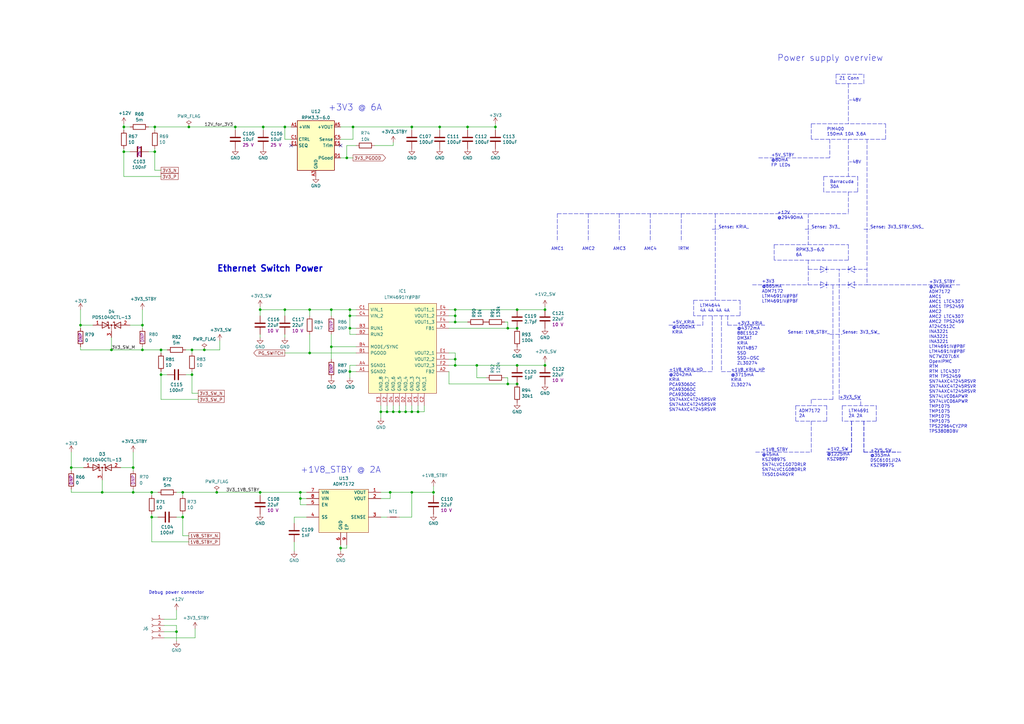
<source format=kicad_sch>
(kicad_sch (version 20211123) (generator eeschema)
  (paper "A3")
  (title_block (title "ATCA Template") (date "2023-01-05") (rev "1.0") (company "Karlsruhe Institute of Technology (KIT)") (comment 1 "Carsten Schmerbeck") (comment 2 "Luis Ardila") (comment 4 "Licensed under CERN-OHL-P v2"))
  (junction (at 212.09 149.86))
  (junction (at 72.39 259.08))
  (junction (at 135.89 127))
  (junction (at 168.91 52.07))
  (junction (at 50.8 62.23))
  (junction (at 168.91 168.91))
  (junction (at 142.24 64.77))
  (junction (at 127 127))
  (junction (at 41.91 201.93))
  (junction (at 186.69 127))
  (junction (at 50.8 52.07))
  (junction (at 83.82 143.51))
  (junction (at 168.91 201.93))
  (junction (at 161.29 168.91))
  (junction (at 74.93 212.09))
  (junction (at 63.5 62.23))
  (junction (at 33.02 133.35))
  (junction (at 77.47 52.07))
  (junction (at 107.95 52.07))
  (junction (at 166.37 168.91))
  (junction (at 160.02 201.93))
  (junction (at 186.69 132.08))
  (junction (at 62.23 201.93))
  (junction (at 63.5 52.07))
  (junction (at 143.51 134.62))
  (junction (at 143.51 152.4))
  (junction (at 66.04 143.51))
  (junction (at 203.2 52.07))
  (junction (at 116.84 127))
  (junction (at 58.42 133.35))
  (junction (at 45.72 143.51))
  (junction (at 96.52 52.07))
  (junction (at 212.09 134.62))
  (junction (at 78.74 153.67))
  (junction (at 195.58 149.86))
  (junction (at 156.21 168.91))
  (junction (at 208.28 134.62))
  (junction (at 123.19 204.47))
  (junction (at 186.69 147.32))
  (junction (at 135.89 142.24))
  (junction (at 186.69 129.54))
  (junction (at 143.51 127))
  (junction (at 54.61 191.77))
  (junction (at 106.68 127))
  (junction (at 116.84 52.07))
  (junction (at 171.45 168.91))
  (junction (at 212.09 127))
  (junction (at 212.09 157.48))
  (junction (at 223.52 127))
  (junction (at 58.42 143.51))
  (junction (at 180.34 52.07))
  (junction (at 144.78 52.07))
  (junction (at 223.52 149.86))
  (junction (at 143.51 129.54))
  (junction (at 123.19 201.93))
  (junction (at 54.61 201.93))
  (junction (at 158.75 168.91))
  (junction (at 139.7 224.79))
  (junction (at 62.23 212.09))
  (junction (at 163.83 168.91))
  (junction (at 78.74 143.51))
  (junction (at 208.28 157.48))
  (junction (at 191.77 52.07))
  (junction (at 177.8 201.93))
  (junction (at 74.93 201.93))
  (junction (at 186.69 149.86))
  (junction (at 88.9 201.93))
  (junction (at 127 144.78))
  (junction (at 29.21 191.77))
  (junction (at 66.04 153.67))
  (junction (at 106.68 201.93))
  (no_connect (at 119.38 59.69))
  (no_connect (at 139.7 59.69))
  (wire (pts (xy 191.77 52.07) (xy 203.2 52.07)))
  (polyline (pts (xy 347.98 106.68) (xy 317.5 106.68)))
  (wire (pts (xy 184.15 132.08) (xy 186.69 132.08)))
  (wire (pts (xy 33.02 143.51) (xy 45.72 143.51)))
  (polyline (pts (xy 363.22 57.15) (xy 332.74 57.15)))
  (polyline (pts (xy 354.33 172.72) (xy 354.33 185.42)))
  (polyline (pts (xy 228.6 87.63) (xy 241.3 87.63)))
  (wire (pts (xy 41.91 201.93) (xy 54.61 201.93)))
  (wire (pts (xy 171.45 166.37) (xy 171.45 168.91)))
  (wire (pts (xy 160.02 204.47) (xy 160.02 201.93)))
  (wire (pts (xy 119.38 57.15) (xy 116.84 57.15)))
  (polyline (pts (xy 347.98 115.57) (xy 347.98 118.11)))
  (polyline (pts (xy 330.2 93.98) (xy 332.74 93.98)))
  (wire (pts (xy 168.91 166.37) (xy 168.91 168.91)))
  (wire (pts (xy 142.24 59.69) (xy 142.24 64.77)))
  (polyline (pts (xy 303.53 123.19) (xy 303.53 129.54)))
  (wire (pts (xy 50.8 62.23) (xy 50.8 72.39)))
  (polyline (pts (xy 337.82 72.39) (xy 351.79 72.39)))
  (wire (pts (xy 72.39 212.09) (xy 74.93 212.09)))
  (wire (pts (xy 143.51 149.86) (xy 146.05 149.86)))
  (wire (pts (xy 186.69 149.86) (xy 195.58 149.86)))
  (polyline (pts (xy 336.55 115.57) (xy 336.55 118.11)))
  (wire (pts (xy 135.89 142.24) (xy 135.89 147.32)))
  (wire (pts (xy 123.19 207.01) (xy 123.19 204.47)))
  (wire (pts (xy 72.39 254) (xy 72.39 250.19)))
  (wire (pts (xy 33.02 142.24) (xy 33.02 143.51)))
  (wire (pts (xy 74.93 203.2) (xy 74.93 201.93)))
  (wire (pts (xy 161.29 168.91) (xy 163.83 168.91)))
  (wire (pts (xy 54.61 191.77) (xy 54.61 193.04)))
  (wire (pts (xy 127 127) (xy 116.84 127)))
  (wire (pts (xy 212.09 149.86) (xy 223.52 149.86)))
  (wire (pts (xy 123.19 204.47) (xy 123.19 201.93)))
  (wire (pts (xy 143.51 134.62) (xy 143.51 137.16)))
  (polyline (pts (xy 342.9 30.48) (xy 354.33 30.48)))
  (polyline (pts (xy 354.33 93.98) (xy 356.87 93.98)))
  (polyline (pts (xy 336.55 109.22) (xy 336.55 111.76)))
  (wire (pts (xy 161.29 58.42) (xy 161.29 59.69)))
  (polyline (pts (xy 353.06 166.37) (xy 353.06 163.83)))
  (wire (pts (xy 74.93 201.93) (xy 88.9 201.93)))
  (wire (pts (xy 78.74 161.29) (xy 81.28 161.29)))
  (wire (pts (xy 168.91 53.34) (xy 168.91 52.07)))
  (wire (pts (xy 207.01 154.94) (xy 208.28 154.94)))
  (wire (pts (xy 184.15 127) (xy 186.69 127)))
  (polyline (pts (xy 339.09 166.37) (xy 339.09 172.72)))
  (polyline (pts (xy 349.25 172.72) (xy 349.25 185.42)))
  (wire (pts (xy 139.7 224.79) (xy 139.7 226.06)))
  (wire (pts (xy 66.04 153.67) (xy 68.58 153.67)))
  (wire (pts (xy 144.78 52.07) (xy 168.91 52.07)))
  (wire (pts (xy 33.02 127) (xy 33.02 133.35)))
  (wire (pts (xy 135.89 137.16) (xy 135.89 142.24)))
  (wire (pts (xy 195.58 154.94) (xy 195.58 149.86)))
  (polyline (pts (xy 340.36 57.15) (xy 340.36 64.77)))
  (wire (pts (xy 116.84 52.07) (xy 119.38 52.07)))
  (wire (pts (xy 77.47 52.07) (xy 96.52 52.07)))
  (wire (pts (xy 207.01 132.08) (xy 208.28 132.08)))
  (wire (pts (xy 50.8 60.96) (xy 50.8 62.23)))
  (wire (pts (xy 29.21 201.93) (xy 41.91 201.93)))
  (wire (pts (xy 139.7 224.79) (xy 142.24 224.79)))
  (polyline (pts (xy 350.52 118.11) (xy 347.98 116.84)))
  (polyline (pts (xy 326.39 166.37) (xy 326.39 172.72)))
  (wire (pts (xy 186.69 149.86) (xy 186.69 147.32)))
  (polyline (pts (xy 332.74 172.72) (xy 332.74 185.42)))
  (wire (pts (xy 53.34 133.35) (xy 58.42 133.35)))
  (wire (pts (xy 120.65 214.63) (xy 120.65 212.09)))
  (wire (pts (xy 45.72 138.43) (xy 45.72 143.51)))
  (wire (pts (xy 58.42 127) (xy 58.42 133.35)))
  (wire (pts (xy 223.52 149.86) (xy 223.52 148.59)))
  (wire (pts (xy 180.34 53.34) (xy 180.34 52.07)))
  (polyline (pts (xy 350.52 115.57) (xy 350.52 118.11)))
  (polyline (pts (xy 347.98 109.22) (xy 347.98 111.76)))
  (wire (pts (xy 50.8 50.8) (xy 50.8 52.07)))
  (wire (pts (xy 146.05 127) (xy 143.51 127)))
  (wire (pts (xy 186.69 147.32) (xy 186.69 144.78)))
  (polyline (pts (xy 336.55 111.76) (xy 339.09 110.49)))
  (wire (pts (xy 76.2 153.67) (xy 78.74 153.67)))
  (wire (pts (xy 186.69 127) (xy 212.09 127)))
  (wire (pts (xy 66.04 143.51) (xy 66.04 144.78)))
  (wire (pts (xy 76.2 143.51) (xy 78.74 143.51)))
  (wire (pts (xy 127 127) (xy 127 129.54)))
  (wire (pts (xy 127 144.78) (xy 146.05 144.78)))
  (wire (pts (xy 143.51 129.54) (xy 146.05 129.54)))
  (wire (pts (xy 62.23 222.25) (xy 77.47 222.25)))
  (wire (pts (xy 62.23 201.93) (xy 64.77 201.93)))
  (polyline (pts (xy 331.47 87.63) (xy 331.47 100.33)))
  (polyline (pts (xy 274.32 152.4) (xy 292.1 152.4)))
  (polyline (pts (xy 336.55 109.22) (xy 339.09 110.49)))
  (wire (pts (xy 135.89 127) (xy 135.89 129.54)))
  (wire (pts (xy 107.95 52.07) (xy 116.84 52.07)))
  (wire (pts (xy 72.39 201.93) (xy 74.93 201.93)))
  (polyline (pts (xy 341.63 116.84) (xy 341.63 163.83)))
  (wire (pts (xy 191.77 53.34) (xy 191.77 52.07)))
  (wire (pts (xy 139.7 52.07) (xy 144.78 52.07)))
  (wire (pts (xy 58.42 133.35) (xy 58.42 134.62)))
  (wire (pts (xy 168.91 168.91) (xy 171.45 168.91)))
  (wire (pts (xy 60.96 62.23) (xy 63.5 62.23)))
  (polyline (pts (xy 354.33 172.72) (xy 354.33 185.42)))
  (wire (pts (xy 168.91 52.07) (xy 180.34 52.07)))
  (wire (pts (xy 106.68 203.2) (xy 106.68 201.93)))
  (wire (pts (xy 158.75 168.91) (xy 161.29 168.91)))
  (wire (pts (xy 116.84 144.78) (xy 127 144.78)))
  (wire (pts (xy 66.04 163.83) (xy 81.28 163.83)))
  (polyline (pts (xy 344.17 163.83) (xy 344.17 110.49)))
  (wire (pts (xy 168.91 212.09) (xy 168.91 201.93)))
  (wire (pts (xy 143.51 134.62) (xy 146.05 134.62)))
  (polyline (pts (xy 350.52 109.22) (xy 350.52 111.76)))
  (wire (pts (xy 153.67 59.69) (xy 161.29 59.69)))
  (polyline (pts (xy 293.37 87.63) (xy 293.37 123.19)))
  (polyline (pts (xy 354.33 185.42) (xy 368.3 185.42)))
  (polyline (pts (xy 359.41 166.37) (xy 359.41 172.72)))
  (wire (pts (xy 29.21 200.66) (xy 29.21 201.93)))
  (wire (pts (xy 62.23 201.93) (xy 62.23 203.2)))
  (wire (pts (xy 139.7 64.77) (xy 142.24 64.77)))
  (wire (pts (xy 120.65 226.06) (xy 120.65 222.25)))
  (wire (pts (xy 62.23 210.82) (xy 62.23 212.09)))
  (wire (pts (xy 144.78 57.15) (xy 144.78 52.07)))
  (wire (pts (xy 50.8 62.23) (xy 53.34 62.23)))
  (wire (pts (xy 184.15 147.32) (xy 186.69 147.32)))
  (wire (pts (xy 156.21 212.09) (xy 158.75 212.09)))
  (wire (pts (xy 184.15 134.62) (xy 208.28 134.62)))
  (wire (pts (xy 160.02 201.93) (xy 168.91 201.93)))
  (wire (pts (xy 107.95 52.07) (xy 107.95 53.34)))
  (polyline (pts (xy 317.5 100.33) (xy 347.98 100.33)))
  (wire (pts (xy 80.01 257.81) (xy 80.01 261.62)))
  (wire (pts (xy 54.61 201.93) (xy 62.23 201.93)))
  (wire (pts (xy 29.21 185.42) (xy 29.21 191.77)))
  (polyline (pts (xy 292.1 93.98) (xy 294.64 93.98)))
  (wire (pts (xy 203.2 53.34) (xy 203.2 52.07)))
  (polyline (pts (xy 279.4 87.63) (xy 279.4 99.06)))
  (polyline (pts (xy 254 87.63) (xy 347.98 87.63)))
  (polyline (pts (xy 345.44 166.37) (xy 359.41 166.37)))
  (polyline (pts (xy 326.39 166.37) (xy 339.09 166.37)))
  (wire (pts (xy 163.83 166.37) (xy 163.83 168.91)))
  (wire (pts (xy 208.28 157.48) (xy 212.09 157.48)))
  (wire (pts (xy 142.24 224.79) (xy 142.24 223.52)))
  (polyline (pts (xy 241.3 87.63) (xy 254 87.63)))
  (wire (pts (xy 146.05 59.69) (xy 142.24 59.69)))
  (polyline (pts (xy 295.91 152.4) (xy 313.69 152.4)))
  (wire (pts (xy 177.8 201.93) (xy 177.8 199.39)))
  (polyline (pts (xy 345.44 166.37) (xy 345.44 172.72)))
  (wire (pts (xy 208.28 134.62) (xy 212.09 134.62)))
  (wire (pts (xy 45.72 143.51) (xy 58.42 143.51)))
  (polyline (pts (xy 342.9 30.48) (xy 342.9 34.29)))
  (wire (pts (xy 78.74 144.78) (xy 78.74 143.51)))
  (wire (pts (xy 125.73 207.01) (xy 123.19 207.01)))
  (wire (pts (xy 106.68 127) (xy 106.68 125.73)))
  (wire (pts (xy 171.45 168.91) (xy 173.99 168.91)))
  (wire (pts (xy 83.82 143.51) (xy 90.17 143.51)))
  (polyline (pts (xy 347.98 57.15) (xy 347.98 72.39)))
  (wire (pts (xy 78.74 153.67) (xy 78.74 161.29)))
  (polyline (pts (xy 349.25 185.42) (xy 339.09 185.42)))
  (polyline (pts (xy 332.74 50.8) (xy 332.74 57.15)))
  (wire (pts (xy 96.52 52.07) (xy 107.95 52.07)))
  (wire (pts (xy 67.31 261.62) (xy 80.01 261.62)))
  (polyline (pts (xy 351.79 72.39) (xy 351.79 78.74)))
  (polyline (pts (xy 292.1 129.54) (xy 292.1 152.4)))
  (wire (pts (xy 156.21 168.91) (xy 158.75 168.91)))
  (polyline (pts (xy 309.88 185.42) (xy 332.74 185.42)))
  (wire (pts (xy 156.21 204.47) (xy 160.02 204.47)))
  (wire (pts (xy 139.7 57.15) (xy 144.78 57.15)))
  (wire (pts (xy 163.83 212.09) (xy 168.91 212.09)))
  (wire (pts (xy 163.83 168.91) (xy 166.37 168.91)))
  (wire (pts (xy 66.04 153.67) (xy 66.04 163.83)))
  (wire (pts (xy 66.04 152.4) (xy 66.04 153.67)))
  (wire (pts (xy 142.24 64.77) (xy 144.78 64.77)))
  (polyline (pts (xy 331.47 116.84) (xy 355.6 116.84)))
  (polyline (pts (xy 311.15 64.77) (xy 340.36 64.77)))
  (wire (pts (xy 123.19 201.93) (xy 125.73 201.93)))
  (wire (pts (xy 50.8 72.39) (xy 66.04 72.39)))
  (polyline (pts (xy 336.55 115.57) (xy 339.09 116.84)))
  (polyline (pts (xy 254 87.63) (xy 254 99.06)))
  (wire (pts (xy 158.75 166.37) (xy 158.75 168.91)))
  (wire (pts (xy 143.51 137.16) (xy 146.05 137.16)))
  (wire (pts (xy 184.15 144.78) (xy 186.69 144.78)))
  (wire (pts (xy 62.23 212.09) (xy 64.77 212.09)))
  (wire (pts (xy 78.74 153.67) (xy 78.74 152.4)))
  (polyline (pts (xy 332.74 163.83) (xy 332.74 166.37)))
  (wire (pts (xy 139.7 223.52) (xy 139.7 224.79)))
  (wire (pts (xy 106.68 201.93) (xy 123.19 201.93)))
  (polyline (pts (xy 350.52 111.76) (xy 347.98 110.49)))
  (polyline (pts (xy 342.9 34.29) (xy 354.33 34.29)))
  (wire (pts (xy 78.74 143.51) (xy 83.82 143.51)))
  (polyline (pts (xy 359.41 172.72) (xy 345.44 172.72)))
  (wire (pts (xy 135.89 127) (xy 127 127)))
  (wire (pts (xy 72.39 262.89) (xy 72.39 259.08)))
  (polyline (pts (xy 354.33 34.29) (xy 354.33 30.48)))
  (wire (pts (xy 184.15 157.48) (xy 208.28 157.48)))
  (wire (pts (xy 33.02 133.35) (xy 33.02 134.62)))
  (wire (pts (xy 125.73 204.47) (xy 123.19 204.47)))
  (polyline (pts (xy 337.82 72.39) (xy 337.82 78.74)))
  (wire (pts (xy 58.42 143.51) (xy 66.04 143.51)))
  (polyline (pts (xy 339.09 172.72) (xy 326.39 172.72)))
  (wire (pts (xy 177.8 203.2) (xy 177.8 201.93)))
  (wire (pts (xy 127 137.16) (xy 127 144.78)))
  (wire (pts (xy 90.17 139.7) (xy 90.17 143.51)))
  (wire (pts (xy 41.91 196.85) (xy 41.91 201.93)))
  (wire (pts (xy 184.15 149.86) (xy 186.69 149.86)))
  (wire (pts (xy 96.52 52.07) (xy 96.52 53.34)))
  (polyline (pts (xy 317.5 100.33) (xy 317.5 106.68)))
  (polyline (pts (xy 355.6 116.84) (xy 393.7 116.84)))
  (polyline (pts (xy 336.55 118.11) (xy 339.09 116.84)))
  (wire (pts (xy 72.39 256.54) (xy 72.39 259.08)))
  (wire (pts (xy 106.68 137.16) (xy 106.68 138.43)))
  (wire (pts (xy 116.84 127) (xy 116.84 129.54)))
  (polyline (pts (xy 351.79 78.74) (xy 337.82 78.74)))
  (wire (pts (xy 156.21 166.37) (xy 156.21 168.91)))
  (wire (pts (xy 143.51 152.4) (xy 146.05 152.4)))
  (polyline (pts (xy 353.06 163.83) (xy 344.17 163.83)))
  (polyline (pts (xy 340.36 137.16) (xy 345.44 137.16)))
  (wire (pts (xy 223.52 127) (xy 223.52 125.73)))
  (polyline (pts (xy 266.7 87.63) (xy 266.7 99.06)))
  (polyline (pts (xy 298.45 133.35) (xy 313.69 133.35)))
  (polyline (pts (xy 347.98 116.84) (xy 350.52 115.57)))
  (wire (pts (xy 50.8 52.07) (xy 53.34 52.07)))
  (wire (pts (xy 54.61 185.42) (xy 54.61 191.77)))
  (wire (pts (xy 168.91 201.93) (xy 177.8 201.93)))
  (polyline (pts (xy 274.32 133.35) (xy 288.29 133.35)))
  (polyline (pts (xy 347.98 78.74) (xy 347.98 87.63)))
  (wire (pts (xy 106.68 127) (xy 106.68 129.54)))
  (wire (pts (xy 63.5 52.07) (xy 77.47 52.07)))
  (polyline (pts (xy 303.53 129.54) (xy 284.48 129.54)))
  (polyline (pts (xy 347.98 110.49) (xy 350.52 109.22)))
  (wire (pts (xy 29.21 191.77) (xy 29.21 193.04)))
  (wire (pts (xy 143.51 152.4) (xy 143.51 149.86)))
  (polyline (pts (xy 331.47 110.49) (xy 355.6 110.49)))
  (wire (pts (xy 63.5 62.23) (xy 63.5 60.96)))
  (wire (pts (xy 161.29 166.37) (xy 161.29 168.91)))
  (wire (pts (xy 38.1 133.35) (xy 33.02 133.35)))
  (wire (pts (xy 74.93 212.09) (xy 74.93 210.82)))
  (polyline (pts (xy 339.09 115.57) (xy 339.09 118.11)))
  (wire (pts (xy 66.04 143.51) (xy 68.58 143.51)))
  (wire (pts (xy 166.37 168.91) (xy 168.91 168.91)))
  (wire (pts (xy 63.5 53.34) (xy 63.5 52.07)))
  (wire (pts (xy 58.42 142.24) (xy 58.42 143.51)))
  (wire (pts (xy 180.34 52.07) (xy 191.77 52.07)))
  (polyline (pts (xy 241.3 87.63) (xy 241.3 99.06)))
  (polyline (pts (xy 295.91 129.54) (xy 295.91 152.4)))
  (wire (pts (xy 116.84 57.15) (xy 116.84 52.07)))
  (polyline (pts (xy 228.6 87.63) (xy 228.6 99.06)))
  (wire (pts (xy 184.15 129.54) (xy 186.69 129.54)))
  (polyline (pts (xy 298.45 129.54) (xy 298.45 133.35)))
  (wire (pts (xy 208.28 132.08) (xy 208.28 134.62)))
  (polyline (pts (xy 284.48 123.19) (xy 284.48 129.54)))
  (wire (pts (xy 143.51 154.94) (xy 143.51 152.4)))
  (wire (pts (xy 50.8 52.07) (xy 50.8 53.34)))
  (wire (pts (xy 166.37 166.37) (xy 166.37 168.91)))
  (polyline (pts (xy 355.6 57.15) (xy 355.6 116.84)))
  (wire (pts (xy 54.61 200.66) (xy 54.61 201.93)))
  (polyline (pts (xy 288.29 129.54) (xy 288.29 133.35)))
  (wire (pts (xy 74.93 212.09) (xy 74.93 219.71)))
  (wire (pts (xy 146.05 142.24) (xy 135.89 142.24)))
  (polyline (pts (xy 347.98 34.29) (xy 347.98 50.8)))
  (wire (pts (xy 186.69 132.08) (xy 191.77 132.08)))
  (wire (pts (xy 116.84 127) (xy 106.68 127)))
  (polyline (pts (xy 349.25 172.72) (xy 349.25 185.42)))
  (wire (pts (xy 212.09 127) (xy 223.52 127)))
  (wire (pts (xy 184.15 152.4) (xy 184.15 157.48)))
  (wire (pts (xy 62.23 212.09) (xy 62.23 222.25)))
  (wire (pts (xy 63.5 69.85) (xy 66.04 69.85)))
  (polyline (pts (xy 308.61 116.84) (xy 331.47 116.84)))
  (wire (pts (xy 186.69 132.08) (xy 186.69 129.54)))
  (polyline (pts (xy 347.98 100.33) (xy 347.98 106.68)))
  (polyline (pts (xy 332.74 50.8) (xy 363.22 50.8)))
  (wire (pts (xy 63.5 62.23) (xy 63.5 69.85)))
  (wire (pts (xy 203.2 50.8) (xy 203.2 52.07)))
  (wire (pts (xy 67.31 254) (xy 72.39 254)))
  (polyline (pts (xy 284.48 123.19) (xy 303.53 123.19)))
  (wire (pts (xy 143.51 127) (xy 143.51 129.54)))
  (wire (pts (xy 199.39 154.94) (xy 195.58 154.94)))
  (polyline (pts (xy 354.33 185.42) (xy 369.57 185.42)))
  (wire (pts (xy 173.99 168.91) (xy 173.99 166.37)))
  (polyline (pts (xy 341.63 163.83) (xy 332.74 163.83)))
  (polyline (pts (xy 363.22 50.8) (xy 363.22 57.15)))
  (wire (pts (xy 143.51 129.54) (xy 143.51 134.62)))
  (wire (pts (xy 67.31 256.54) (xy 72.39 256.54)))
  (wire (pts (xy 34.29 191.77) (xy 29.21 191.77)))
  (wire (pts (xy 156.21 168.91) (xy 156.21 171.45)))
  (wire (pts (xy 72.39 259.08) (xy 67.31 259.08)))
  (wire (pts (xy 88.9 201.93) (xy 106.68 201.93)))
  (wire (pts (xy 120.65 212.09) (xy 125.73 212.09)))
  (polyline (pts (xy 331.47 106.68) (xy 331.47 116.84)))
  (wire (pts (xy 74.93 219.71) (xy 77.47 219.71)))
  (wire (pts (xy 143.51 127) (xy 135.89 127)))
  (wire (pts (xy 116.84 137.16) (xy 116.84 138.43)))
  (wire (pts (xy 195.58 149.86) (xy 212.09 149.86)))
  (polyline (pts (xy 339.09 185.42) (xy 349.25 185.42)))
  (wire (pts (xy 208.28 154.94) (xy 208.28 157.48)))
  (wire (pts (xy 49.53 191.77) (xy 54.61 191.77)))
  (wire (pts (xy 186.69 129.54) (xy 186.69 127)))
  (polyline (pts (xy 339.09 109.22) (xy 339.09 111.76)))
  (wire (pts (xy 160.02 201.93) (xy 156.21 201.93)))
  (wire (pts (xy 60.96 52.07) (xy 63.5 52.07)))
  (text "+1V8_STBY\n@45mA\nKSZ9897S\nSN74LVC1G07DRLR\nSN74LVC1G08DRLR\nTXS0104RGYR\n" (at 312.42 195.58 0) (effects (font (size 1.27 1.27)) (justify left bottom)))
  (text "AMC1" (at 226.06 102.87 0) (effects (font (size 1.27 1.27)) (justify left bottom)))
  (text "Sense: 1V8_STBY_" (at 340.36 137.16 180) (effects (font (size 1.27 1.27)) (justify right bottom)))
  (text "Sense: 3V3_STBY_SNS_" (at 356.87 93.98 0) (effects (font (size 1.27 1.27)) (justify left bottom)))
  (text "+1V8_KRIA_HD\n@2042mA\nKRIA\nPCA9306DC\nPCA9306DC\nPCA9306DC\nSN74AXC4T245RSVR\nSN74AXC4T245RSVR\nSN74AXC4T245RSVR\n" (at 274.32 168.91 0) (effects (font (size 1.27 1.27)) (justify left bottom)))
  (text "Ethernet Switch Power" (at 88.9 111.76 0) (effects (font (size 2.54 2.54) (thickness 0.508) bold) (justify left bottom)))
  (text "-48V" (at 347.98 67.31 0) (effects (font (size 1.27 1.27)) (justify left bottom)))
  (text "Sense: 3V3_SW_" (at 345.44 137.16 0) (effects (font (size 1.27 1.27)) (justify left bottom)))
  (text "RPM3.3-6.0\n6A" (at 326.39 105.41 0) (effects (font (size 1.27 1.27)) (justify left bottom)))
  (text "-48V" (at 347.98 41.91 0) (effects (font (size 1.27 1.27)) (justify left bottom)))
  (text "AMC2" (at 238.76 102.87 0) (effects (font (size 1.27 1.27)) (justify left bottom)))
  (text "+1V2_SW\n@1225mA\nKSZ9897" (at 339.09 189.23 0) (effects (font (size 1.27 1.27)) (justify left bottom)))
  (text "+1V8_KRIA_HP\n@3715mA\nKRIA\nZL30274\n" (at 299.72 158.75 0) (effects (font (size 1.27 1.27)) (justify left bottom)))
  (text "Z1 Conn" (at 344.17 33.02 0) (effects (font (size 1.27 1.27)) (justify left bottom)))
  (text "+3V3_KRIA\n@4372mA\n88E1512\nDM3AT\nKRIA\nNVT4857\nSSD\nSSD-OSC\nZL30274\n" (at 302.26 149.86 0) (effects (font (size 1.27 1.27)) (justify left bottom)))
  (text "+5V_STBY\n@80mA\nFP LEDs" (at 316.23 68.58 0) (effects (font (size 1.27 1.27)) (justify left bottom)))
  (text "+3V3_STBY\n@2499mA\nADM7172\nAMC1\nAMC1 LTC4307\nAMC1 TPS2459\nAMC2\nAMC2 LTC4307\nAMC2 TPS2459\nAT24C512C\nINA3221\nINA3221\nINA3221\nLTM4691IV#PBF\nLTM4691IV#PBF\nNC7WZ07L6X\nOpenIPMC\nRTM\nRTM LTC4307\nRTM TPS2459\nSN74AXC4T245RSVR\nSN74AXC4T245RSVR\nSN74AXC4T245RSVR\nSN74LVC06APWR\nSN74LVC06APWR\nTMP1075\nTMP1075\nTMP1075\nTMP1075\nTPS22964CYZPR\nTPS3808DBV\n" (at 381 177.8 0) (effects (font (size 1.27 1.27)) (justify left bottom)))
  (text "+2V5_SW\n@353mA\nDSC6101JI2A\nKSZ9897S\n" (at 356.87 191.77 0) (effects (font (size 1.27 1.27)) (justify left bottom)))
  (text "AMC3" (at 251.46 102.87 0) (effects (font (size 1.27 1.27)) (justify left bottom)))
  (text "LTM4644\n4A 4A 4A 4A" (at 287.02 128.27 0) (effects (font (size 1.27 1.27)) (justify left bottom)))
  (text "iRTM" (at 278.13 102.87 0) (effects (font (size 1.27 1.27)) (justify left bottom)))
  (text "+12V\n@29490mA" (at 318.77 90.17 0) (effects (font (size 1.27 1.27)) (justify left bottom)))
  (text "AMC4" (at 264.16 102.87 0) (effects (font (size 1.27 1.27)) (justify left bottom)))
  (text "+5V_KRIA\n@4000mA\nKRIA" (at 275.59 137.16 0) (effects (font (size 1.27 1.27)) (justify left bottom)))
  (text "Power supply overview" (at 318.77 25.4 0) (effects (font (size 2.54 2.54)) (justify left bottom)))
  (text "Debug power connector" (at 60.96 243.84 0) (effects (font (size 1.27 1.27)) (justify left bottom)))
  (text "Barracuda\n30A" (at 340.36 77.47 0) (effects (font (size 1.27 1.27)) (justify left bottom)))
  (text "+3V3\n@865mA\nADM7172\nLTM4691IV#PBF\nLTM4691IV#PBF\n" (at 312.42 124.46 0) (effects (font (size 1.27 1.27)) (justify left bottom)))
  (text "+3V3_SW" (at 344.17 163.83 0) (effects (font (size 1.27 1.27)) (justify left bottom)))
  (text "Sense: 3V3_" (at 332.74 93.98 0) (effects (font (size 1.27 1.27)) (justify left bottom)))
  (text "Sense: KRIA_" (at 294.64 93.98 0) (effects (font (size 1.27 1.27)) (justify left bottom)))
  (text "PIM400\n150mA 10A 3,6A" (at 339.09 55.88 0) (effects (font (size 1.27 1.27)) (justify left bottom)))
  (text "LTM4691\n2A 2A" (at 347.98 171.45 0) (effects (font (size 1.27 1.27)) (justify left bottom)))
  (text "+3V3 @ 6A" (at 134.62 45.72 0) (effects (font (size 2.54 2.54)) (justify left bottom)))
  (text "+1V8_STBY @ 2A" (at 123.19 194.31 0) (effects (font (size 2.54 2.54)) (justify left bottom)))
  (text "ADM7172\n2A" (at 327.66 171.45 0) (effects (font (size 1.27 1.27)) (justify left bottom)))
  (label "3V3_1V8_STBY" (at 92.71 201.93 0))
  (label "3V3_SW_M" (at 45.72 143.51 0))
  (label "12V_for_3V3" (at 83.82 52.07 0))
  (global_label "1V8_STBY_N" (shape passive) (at 77.47 219.71 0) (property "Intersheet References" "${INTERSHEET_REFS}" (effects hide)))
  (global_label "3V3_P" (shape passive) (at 66.04 72.39 0) (property "Intersheet References" "${INTERSHEET_REFS}" (effects hide)))
  (global_label "PG_SWITCH" (shape output) (at 116.84 144.78 180) (property "Intersheet References" "${INTERSHEET_REFS}" (effects hide)))
  (global_label "1V8_STBY_P" (shape passive) (at 77.47 222.25 0) (property "Intersheet References" "${INTERSHEET_REFS}" (effects hide)))
  (global_label "3V3_N" (shape passive) (at 66.04 69.85 0) (property "Intersheet References" "${INTERSHEET_REFS}" (effects hide)))
  (global_label "3V3_PGOOD" (shape output) (at 144.78 64.77 0) (property "Intersheet References" "${INTERSHEET_REFS}" (effects hide)))
  (global_label "3V3_SW_N" (shape passive) (at 81.28 161.29 0) (property "Intersheet References" "${INTERSHEET_REFS}" (effects hide)))
  (global_label "3V3_SW_P" (shape passive) (at 81.28 163.83 0) (property "Intersheet References" "${INTERSHEET_REFS}" (effects hide)))
  (symbol (lib_id "Connector:Conn_01x04_Female") (at 62.23 256.54 0) (mirror y) (unit 1)
    (property "Reference" "J6" (at 59.69 257.81 0))
    (property "Value" "Conn_3V3_EXT" (effects hide))
    (property "Footprint" "KIT_Connector:PinHeader-4_P3.5mm" (effects hide))
    (property "Datasheet" "https://docs.rs-online.com/7405/0900766b8168df1c.pdf" (effects hide))
    (property "rs#" "897-1039" (effects hide))
    (property "manf" "RS PRO" (effects hide))
    (property "manf#" "897-1039" (effects hide))
    (property "stock" "Box: 12" (effects hide))
  )
  (symbol (lib_id "KIT_Power:+1V8_STBY") (at 177.8 199.39 0) (unit 1)
    (property "Reference" "#PWR0215" (effects hide))
    (property "Value" "+1V8_STBY" (at 178.181 194.9958 0))
  )
  (symbol (lib_id "power:+3V3") (at 33.02 127 0) (unit 1)
    (property "Reference" "#PWR0218" (effects hide))
    (property "Value" "+3V3" (at 33.02 123.444 0))
  )
  (symbol (lib_id "Device:R") (at 58.42 138.43 0) (unit 1)
    (property "Reference" "R80" (at 60.96 137.16 0) (effects (justify left)))
    (property "Value" "0" (at 60.96 139.7 0) (effects (justify left)))
    (property "Footprint" "KIT_Resistor_SMD:R_0805_2012Metric_DNP" (effects hide))
    (property "DNP" "DNP" (at 58.42 138.43 90))
    (property "stock" "DNP" (effects hide))
  )
  (symbol (lib_id "KIT_Regulator_Linear:ADM7172") (at 139.7 201.93 0) (unit 1)
    (property "Reference" "U13" (at 140.97 196.215 0))
    (property "Value" "ADM7172" (at 140.97 198.5264 0))
    (property "Footprint" "Package_CSP:LFCSP-8-1EP_3x3mm_P0.5mm_EP1.45x1.74mm" (effects hide))
    (property "Datasheet" "https://www.analog.com/media/en/technical-documentation/data-sheets/ADM7172.pdf" (effects hide))
    (property "manf" "Analog Devices" (effects hide))
    (property "manf#" "ADM7172ACPZ-1.8-R7" (effects hide))
    (property "digikey#" "ADM7172ACPZ-1.8-R7CT-ND" (effects hide))
    (property "info" "Linear Voltage Regulator IC  1 Output  2A 8-LFCSP-WD (3x3)" (effects hide))
    (property "stock" "Box: 7" (effects hide))
  )
  (symbol (lib_id "power:GND") (at 139.7 226.06 0) (unit 1)
    (property "Reference" "#PWR0213" (effects hide))
    (property "Value" "GND" (at 139.7 229.87 0))
  )
  (symbol (lib_id "Device:NetTie_2") (at 161.29 212.09 0) (unit 1)
    (property "Reference" "NT1" (at 161.29 209.8294 0))
    (property "Value" "Net-Tie_2" (effects hide))
    (property "Footprint" "KIT_NetTie:NetTie-2_SMD_Pad0.2mm" (effects hide))
    (property "stock" "PCB" (effects hide))
  )
  (symbol (lib_id "power:PWR_FLAG") (at 88.9 201.93 0) (unit 1)
    (property "Reference" "#FLG012" (effects hide))
    (property "Value" "PWR_FLAG" (at 88.9 197.5358 0))
  )
  (symbol (lib_id "power:PWR_FLAG") (at 83.82 143.51 0) (unit 1)
    (property "Reference" "#FLG013" (effects hide))
    (property "Value" "PWR_FLAG" (at 83.82 139.1158 0))
  )
  (symbol (lib_id "Device:R") (at 29.21 196.85 0) (unit 1)
    (property "Reference" "R66" (at 30.988 195.6816 0) (effects (justify left)))
    (property "Value" "0" (at 30.988 197.993 0) (effects (justify left)))
    (property "Footprint" "KIT_Resistor_SMD:R_0805_2012Metric_DNP" (effects hide))
    (property "DNP" "DNP" (at 29.21 196.85 90))
    (property "stock" "DNP" (effects hide))
  )
  (symbol (lib_id "Device:R") (at 68.58 201.93 270) (unit 1)
    (property "Reference" "R72" (at 68.58 196.6722 90))
    (property "Value" "5m" (at 68.58 198.9836 90))
    (property "Footprint" "Resistor_SMD:R_1206_3216Metric" (effects hide))
    (property "digikey#" "WSLC-.005CT-ND" (effects hide))
    (property "manf" "Vishay Dale" (effects hide))
    (property "manf#" "WSL12065L000FEA" (effects hide))
  )
  (symbol (lib_id "Device:R") (at 62.23 207.01 0) (unit 1)
    (property "Reference" "R71" (at 64.008 205.8416 0) (effects (justify left)))
    (property "Value" "10" (at 64.008 208.153 0) (effects (justify left)))
    (property "Footprint" "Resistor_SMD:R_0402_1005Metric" (effects hide))
    (property "digikey#" "A129603CT-ND" (effects hide))
    (property "manf" "TE" (effects hide))
    (property "manf#" "CRGCQ0402F10R" (effects hide))
    (property "stock" "AVT-IPE" (effects hide))
  )
  (symbol (lib_id "Device:R") (at 72.39 143.51 270) (unit 1)
    (property "Reference" "R82" (at 72.39 138.2522 90))
    (property "Value" "5m" (at 72.39 140.5636 90))
    (property "Footprint" "Resistor_SMD:R_1206_3216Metric" (effects hide))
    (property "digikey#" "WSLC-.005CT-ND" (effects hide))
    (property "manf" "Vishay Dale" (effects hide))
    (property "manf#" "WSL12065L000FEA" (effects hide))
  )
  (symbol (lib_id "Device:R") (at 66.04 148.59 0) (unit 1)
    (property "Reference" "R81" (at 67.818 147.4216 0) (effects (justify left)))
    (property "Value" "10" (at 67.818 149.733 0) (effects (justify left)))
    (property "Footprint" "Resistor_SMD:R_0402_1005Metric" (effects hide))
    (property "digikey#" "A129603CT-ND" (effects hide))
    (property "manf" "TE" (effects hide))
    (property "manf#" "CRGCQ0402F10R" (effects hide))
    (property "stock" "AVT-IPE" (effects hide))
  )
  (symbol (lib_id "Device:R") (at 78.74 148.59 0) (unit 1)
    (property "Reference" "R83" (at 80.518 147.4216 0) (effects (justify left)))
    (property "Value" "10" (at 80.518 149.733 0) (effects (justify left)))
    (property "Footprint" "Resistor_SMD:R_0402_1005Metric" (effects hide))
    (property "digikey#" "A129603CT-ND" (effects hide))
    (property "manf" "TE" (effects hide))
    (property "manf#" "CRGCQ0402F10R" (effects hide))
    (property "stock" "AVT-IPE" (effects hide))
  )
  (symbol (lib_id "Device:C") (at 72.39 153.67 270) (unit 1)
    (property "Reference" "C115" (at 72.39 157.734 90))
    (property "Value" "100nF" (at 72.39 160.0454 90))
    (property "Footprint" "Capacitor_SMD:C_0402_1005Metric" (effects hide))
    (property "stock" "AVT-IPE" (effects hide))
    (property "voltage" "16 V" (effects hide))
  )
  (symbol (lib_id "Device:C") (at 106.68 207.01 0) (unit 1)
    (property "Reference" "C108" (at 109.601 204.6986 0) (effects (justify left)))
    (property "Value" "22uF" (at 109.601 207.01 0) (effects (justify left)))
    (property "Footprint" "Capacitor_SMD:C_0805_2012Metric" (effects hide))
    (property "manf" "Taiyo Yuden" (effects hide))
    (property "manf#" "LMK212BJ226MG-T" (effects hide))
    (property "voltage" "10 V" (at 109.601 209.3214 0) (effects (justify left)))
    (property "digikey#" "587-1958-1-ND" (effects hide))
  )
  (symbol (lib_id "Device:C") (at 177.8 207.01 0) (unit 1)
    (property "Reference" "C110" (at 180.721 204.6986 0) (effects (justify left)))
    (property "Value" "22uF" (at 180.721 207.01 0) (effects (justify left)))
    (property "Footprint" "Capacitor_SMD:C_0805_2012Metric" (effects hide))
    (property "manf" "Taiyo Yuden" (effects hide))
    (property "manf#" "LMK212BJ226MG-T" (effects hide))
    (property "voltage" "10 V" (at 180.721 209.3214 0) (effects (justify left)))
    (property "digikey#" "587-1958-1-ND" (effects hide))
  )
  (symbol (lib_id "KIT_Power:+3V3_STBY") (at 80.01 257.81 0) (unit 1)
    (property "Reference" "#PWR0227" (effects hide))
    (property "Value" "+3V3_STBY" (at 80.391 253.4158 0))
  )
  (symbol (lib_id "power:GND") (at 72.39 262.89 0) (mirror y) (unit 1)
    (property "Reference" "#PWR0226" (effects hide))
    (property "Value" "GND" (at 72.39 266.7 0))
  )
  (symbol (lib_id "Device:D_Schottky_Dual_CommonCathode_AAK") (at 45.72 133.35 0) (unit 1)
    (property "Reference" "D4" (at 45.72 127.8382 0))
    (property "Value" "PDS1040CTL-13" (at 45.72 130.1496 0))
    (property "Footprint" "KIT_Diode_SMD:D_PowerDI-5" (effects hide))
    (property "Datasheet" "https://www.diodes.com/assets/Datasheets/ds30485.pdf" (effects hide))
    (property "manf" "Diodes Inc" (effects hide))
    (property "manf#" "PDS1040CTL-13" (effects hide))
    (property "info" "Diode Array 1 Pair Common Cathode Schottky 40V 5A Surface Mount PowerDI™ 5, 500mV @ 5A " (effects hide))
    (property "digikey#" "PDS1040CTLDICT-ND" (effects hide))
    (property "Vf" "500mV @ 5A " (effects hide))
    (property "rs#" "770-3412" (effects hide))
  )
  (symbol (lib_id "KIT_Power:+3V3_STBY") (at 58.42 127 0) (unit 1)
    (property "Reference" "#PWR0221" (effects hide))
    (property "Value" "+3V3_STBY" (at 58.801 122.6058 0))
  )
  (symbol (lib_id "Device:R") (at 33.02 138.43 0) (unit 1)
    (property "Reference" "R79" (at 34.798 137.2616 0) (effects (justify left)))
    (property "Value" "0" (at 34.798 139.573 0) (effects (justify left)))
    (property "Footprint" "KIT_Resistor_SMD:R_0805_2012Metric_DNP" (effects hide))
    (property "DNP" "DNP" (at 33.02 138.43 90))
    (property "stock" "DNP" (effects hide))
  )
  (symbol (lib_id "KIT_Power:+3V3_STBY") (at 54.61 185.42 0) (unit 1)
    (property "Reference" "#PWR0207" (effects hide))
    (property "Value" "+3V3_STBY" (at 54.991 181.0258 0))
  )
  (symbol (lib_id "Device:R") (at 54.61 196.85 0) (unit 1)
    (property "Reference" "R70" (at 57.15 195.58 0) (effects (justify left)))
    (property "Value" "0" (at 57.15 198.12 0) (effects (justify left)))
    (property "Footprint" "KIT_Resistor_SMD:R_0805_2012Metric_DNP" (effects hide))
    (property "DNP" "DNP" (at 54.61 196.85 90))
    (property "stock" "DNP" (effects hide))
  )
  (symbol (lib_id "Device:R") (at 74.93 207.01 0) (unit 1)
    (property "Reference" "R73" (at 76.708 205.8416 0) (effects (justify left)))
    (property "Value" "10" (at 76.708 208.153 0) (effects (justify left)))
    (property "Footprint" "Resistor_SMD:R_0402_1005Metric" (effects hide))
    (property "digikey#" "A129603CT-ND" (effects hide))
    (property "manf" "TE" (effects hide))
    (property "manf#" "CRGCQ0402F10R" (effects hide))
    (property "stock" "AVT-IPE" (effects hide))
  )
  (symbol (lib_id "Device:C") (at 68.58 212.09 270) (unit 1)
    (property "Reference" "C104" (at 68.58 216.154 90))
    (property "Value" "100nF" (at 68.58 218.4654 90))
    (property "Footprint" "Capacitor_SMD:C_0402_1005Metric" (effects hide))
    (property "stock" "AVT-IPE" (effects hide))
    (property "voltage" "16 V" (effects hide))
  )
  (symbol (lib_id "Device:D_Schottky_Dual_CommonCathode_AAK") (at 41.91 191.77 0) (unit 1)
    (property "Reference" "D3" (at 41.91 186.2582 0))
    (property "Value" "PDS1040CTL-13" (at 41.91 188.5696 0))
    (property "Footprint" "KIT_Diode_SMD:D_PowerDI-5" (effects hide))
    (property "Datasheet" "https://www.diodes.com/assets/Datasheets/ds30485.pdf" (effects hide))
    (property "manf" "Diodes Inc" (effects hide))
    (property "manf#" "PDS1040CTL-13" (effects hide))
    (property "info" "Diode Array 1 Pair Common Cathode Schottky 40V 5A Surface Mount PowerDI™ 5, 500mV @ 5A " (effects hide))
    (property "digikey#" "PDS1040CTLDICT-ND" (effects hide))
    (property "Vf" "500mV @ 5A " (effects hide))
    (property "rs#" "770-3412" (effects hide))
  )
  (symbol (lib_id "power:+3V3") (at 29.21 185.42 0) (unit 1)
    (property "Reference" "#PWR0205" (effects hide))
    (property "Value" "+3V3" (at 29.21 181.864 0))
  )
  (symbol (lib_id "power:+12V") (at 72.39 250.19 0) (unit 1)
    (property "Reference" "#PWR0225" (effects hide))
    (property "Value" "+12V" (at 72.771 245.7958 0))
  )
  (symbol (lib_id "Device:C") (at 120.65 218.44 0) (unit 1)
    (property "Reference" "C109" (at 123.571 217.2716 0) (effects (justify left)))
    (property "Value" "1nF" (at 123.571 219.583 0) (effects (justify left)))
    (property "Footprint" "Capacitor_SMD:C_0402_1005Metric" (effects hide))
    (property "stock" "AVT-IPE" (effects hide))
    (property "voltage" "50 V" (effects hide))
  )
  (symbol (lib_id "power:GND") (at 120.65 226.06 0) (unit 1)
    (property "Reference" "#PWR0211" (effects hide))
    (property "Value" "GND" (at 120.65 229.87 0))
  )
  (symbol (lib_id "KIT_Power:+3V3_SW") (at 90.17 139.7 0) (unit 1)
    (property "Reference" "#PWR0224" (effects hide))
    (property "Value" "+3V3_SW" (at 90.551 135.3058 0))
  )
  (symbol (lib_id "power:GND") (at 106.68 210.82 0) (mirror y) (unit 1)
    (property "Reference" "#PWR0210" (effects hide))
    (property "Value" "GND" (at 106.68 214.63 0))
  )
  (symbol (lib_id "KIT_Power:+3V3_SW") (at 106.68 125.73 0) (unit 1)
    (property "Reference" "#PWR0228" (effects hide))
    (property "Value" "+3V3_SW" (at 107.061 121.3358 0))
  )
  (symbol (lib_id "KIT_Power:+2V5_SW") (at 223.52 148.59 0) (unit 1)
    (property "Reference" "#PWR0242" (effects hide))
    (property "Value" "+2V5_SW" (at 223.901 144.1958 0))
  )
  (symbol (lib_id "power:GND") (at 177.8 210.82 0) (mirror y) (unit 1)
    (property "Reference" "#PWR0216" (effects hide))
    (property "Value" "GND" (at 177.8 214.63 0))
  )
  (symbol (lib_id "Device:R") (at 195.58 132.08 90) (unit 1)
    (property "Reference" "R90" (at 194.4116 130.302 0) (effects (justify left)))
    (property "Value" "10k" (at 196.723 130.302 0) (effects (justify left)))
    (property "Footprint" "Resistor_SMD:R_0402_1005Metric" (effects hide))
    (property "stock" "AVT-IPE" (effects hide))
    (property "tolerance" "1%" (effects hide))
    (property "digikey#" "A129639CT-ND" (effects hide))
    (property "manf" "TE" (effects hide))
    (property "manf#" "CRGCQ0402F10K" (effects hide))
  )
  (symbol (lib_id "Device:C") (at 57.15 62.23 270) (unit 1)
    (property "Reference" "C103" (at 57.15 66.294 90))
    (property "Value" "100nF" (at 57.15 68.6054 90))
    (property "Footprint" "Capacitor_SMD:C_0402_1005Metric" (effects hide))
    (property "stock" "AVT-IPE" (effects hide))
    (property "voltage" "25 V" (at 57.15 62.23 0))
  )
  (symbol (lib_id "Device:R") (at 63.5 57.15 0) (unit 1)
    (property "Reference" "R69" (at 65.278 55.9816 0) (effects (justify left)))
    (property "Value" "10" (at 65.278 58.293 0) (effects (justify left)))
    (property "Footprint" "Resistor_SMD:R_0402_1005Metric" (effects hide))
    (property "digikey#" "A129603CT-ND" (effects hide))
    (property "manf" "TE" (effects hide))
    (property "manf#" "CRGCQ0402F10R" (effects hide))
    (property "stock" "AVT-IPE" (effects hide))
  )
  (symbol (lib_id "Device:C") (at 203.2 57.15 0) (unit 1)
    (property "Reference" "C113" (at 206.121 55.9816 0) (effects (justify left)))
    (property "Value" "100uF" (at 206.121 58.293 0) (effects (justify left)))
    (property "Footprint" "Capacitor_SMD:C_1210_3225Metric" (effects hide))
    (property "manf" "Taiyo Yuden" (effects hide))
    (property "manf#" "LMK325ABJ107MM-P" (effects hide))
    (property "rs#" "103-4219" (effects hide))
    (property "voltage" "10 V" (effects hide))
    (property "digikey#" "587-4317-1-ND" (effects hide))
    (property "stock" "AVT-IPE" (effects hide))
  )
  (symbol (lib_id "power:+12V") (at 50.8 50.8 0) (unit 1)
    (property "Reference" "#PWR0208" (effects hide))
    (property "Value" "+12V" (at 51.181 46.4058 0))
  )
  (symbol (lib_id "power:GND") (at 96.52 60.96 0) (mirror y) (unit 1)
    (property "Reference" "#PWR0206" (effects hide))
    (property "Value" "GND" (at 96.52 64.77 0))
  )
  (symbol (lib_id "Device:C") (at 212.09 130.81 0) (unit 1)
    (property "Reference" "C119" (at 215.011 129.6416 0) (effects (justify left)))
    (property "Value" "2.7pF" (at 215.011 131.953 0) (effects (justify left)))
    (property "Footprint" "Capacitor_SMD:C_0402_1005Metric" (effects hide))
    (property "digikey#" "587-3178-1-ND" (effects hide))
    (property "manf" "Taiyo Yuden" (effects hide))
    (property "manf#" "UMK105CG2R7CV-F" (effects hide))
  )
  (symbol (lib_id "power:GND") (at 106.68 138.43 0) (unit 1)
    (property "Reference" "#PWR0229" (effects hide))
    (property "Value" "GND" (at 106.68 142.24 0))
  )
  (symbol (lib_id "Device:R") (at 135.89 151.13 0) (unit 1)
    (property "Reference" "R87" (at 138.43 149.86 0) (effects (justify left)))
    (property "Value" "DNP" (at 138.43 152.4 0) (effects (justify left)))
    (property "Footprint" "KIT_Resistor_SMD:R_0805_2012Metric_DNP" (effects hide))
    (property "DNP" "DNP" (at 135.89 151.13 90))
    (property "stock" "DNP" (effects hide))
  )
  (symbol (lib_id "Device:R") (at 50.8 57.15 0) (unit 1)
    (property "Reference" "R67" (at 52.578 55.9816 0) (effects (justify left)))
    (property "Value" "10" (at 52.578 58.293 0) (effects (justify left)))
    (property "Footprint" "Resistor_SMD:R_0402_1005Metric" (effects hide))
    (property "digikey#" "A129603CT-ND" (effects hide))
    (property "manf" "TE" (effects hide))
    (property "manf#" "CRGCQ0402F10R" (effects hide))
    (property "stock" "AVT-IPE" (effects hide))
  )
  (symbol (lib_id "Converter_DCDC:RPM3.3-6.0") (at 129.54 59.69 0) (unit 1)
    (property "Reference" "U12" (at 129.54 45.72 0))
    (property "Value" "RPM3.3-6.0" (at 129.54 48.26 0))
    (property "Footprint" "KIT_Converter_DCDC:Converter_DCDC_RECOM_RPMx.x-x.0" (effects hide))
    (property "Datasheet" "https://www.recom-power.com/pdf/Innoline/RPM-6.0.pdf" (effects hide))
    (property "digikey#" "945-3255-1-ND" (effects hide))
    (property "manf#" "RPM3.3-6.0" (effects hide))
    (property "manf" "Recom" (effects hide))
  )
  (symbol (lib_id "power:GND") (at 156.21 171.45 0) (unit 1)
    (property "Reference" "#PWR0234" (effects hide))
    (property "Value" "GND" (at 156.21 175.26 0))
  )
  (symbol (lib_id "power:GND") (at 107.95 60.96 0) (mirror y) (unit 1)
    (property "Reference" "#PWR0220" (effects hide))
    (property "Value" "GND" (at 107.95 64.77 0))
  )
  (symbol (lib_id "Device:C") (at 106.68 133.35 0) (unit 1)
    (property "Reference" "C116" (at 109.601 131.0386 0) (effects (justify left)))
    (property "Value" "22uF" (at 109.601 133.35 0) (effects (justify left)))
    (property "Footprint" "Capacitor_SMD:C_0805_2012Metric" (effects hide))
    (property "manf" "Taiyo Yuden" (effects hide))
    (property "manf#" "LMK212BJ226MG-T" (effects hide))
    (property "voltage" "10 V" (at 109.601 135.6614 0) (effects (justify left)))
    (property "digikey#" "587-1958-1-ND" (effects hide))
  )
  (symbol (lib_id "power:GND") (at 168.91 60.96 0) (mirror y) (unit 1)
    (property "Reference" "#PWR0217" (effects hide))
    (property "Value" "GND" (at 168.91 64.77 0))
  )
  (symbol (lib_id "Device:C") (at 223.52 130.81 0) (unit 1)
    (property "Reference" "C121" (at 226.441 128.4986 0) (effects (justify left)))
    (property "Value" "22uF" (at 226.441 130.81 0) (effects (justify left)))
    (property "Footprint" "Capacitor_SMD:C_0805_2012Metric" (effects hide))
    (property "manf" "Taiyo Yuden" (effects hide))
    (property "manf#" "LMK212BJ226MG-T" (effects hide))
    (property "voltage" "10 V" (at 226.441 133.1214 0) (effects (justify left)))
    (property "digikey#" "587-1958-1-ND" (effects hide))
  )
  (symbol (lib_id "Device:R") (at 149.86 59.69 270) (unit 1)
    (property "Reference" "R74" (at 149.86 54.61 90))
    (property "Value" "10k" (at 149.86 57.15 90))
    (property "Footprint" "Resistor_SMD:R_0402_1005Metric" (effects hide))
    (property "stock" "AVT-IPE" (effects hide))
    (property "tolerance" "1%" (effects hide))
    (property "digikey#" "A129639CT-ND" (effects hide))
    (property "manf" "TE" (effects hide))
    (property "manf#" "CRGCQ0402F10K" (effects hide))
  )
  (symbol (lib_id "Device:R") (at 212.09 138.43 0) (unit 1)
    (property "Reference" "R93" (at 213.868 137.2616 0) (effects (justify left)))
    (property "Value" "100k" (at 213.868 139.573 0) (effects (justify left)))
    (property "Footprint" "Resistor_SMD:R_0402_1005Metric" (effects hide))
    (property "stock" "AVT-IPE" (effects hide))
    (property "tolerance" "1%" (effects hide))
    (property "digikey#" "A129651CT-ND" (effects hide))
    (property "manf" "TE" (effects hide))
    (property "manf#" "CRGCQ0402F100K" (effects hide))
  )
  (symbol (lib_id "Device:C") (at 212.09 153.67 0) (unit 1)
    (property "Reference" "C120" (at 215.011 152.5016 0) (effects (justify left)))
    (property "Value" "1pF" (at 215.011 154.813 0) (effects (justify left)))
    (property "Footprint" "Capacitor_SMD:C_0402_1005Metric" (effects hide))
    (property "stock" "AVT-IPE" (effects hide))
  )
  (symbol (lib_id "Device:R") (at 127 133.35 0) (unit 1)
    (property "Reference" "R84" (at 128.778 132.1816 0) (effects (justify left)))
    (property "Value" "4k7" (at 128.778 134.493 0) (effects (justify left)))
    (property "Footprint" "Resistor_SMD:R_0402_1005Metric" (effects hide))
    (property "stock" "AVT-IPE" (effects hide))
    (property "tolerance" "1%" (effects hide))
    (property "digikey#" "A129635CT-ND" (effects hide))
    (property "manf" "TE" (effects hide))
    (property "manf#" "CRGCQ0402F4K7" (effects hide))
  )
  (symbol (lib_id "Device:C") (at 116.84 133.35 0) (unit 1)
    (property "Reference" "C117" (at 119.761 131.0386 0) (effects (justify left)))
    (property "Value" "22uF" (at 119.761 133.35 0) (effects (justify left)))
    (property "Footprint" "Capacitor_SMD:C_0805_2012Metric" (effects hide))
    (property "manf" "Taiyo Yuden" (effects hide))
    (property "manf#" "LMK212BJ226MG-T" (effects hide))
    (property "voltage" "10 V" (at 119.761 135.6614 0) (effects (justify left)))
    (property "digikey#" "587-1958-1-ND" (effects hide))
  )
  (symbol (lib_id "power:+3V3") (at 203.2 50.8 0) (unit 1)
    (property "Reference" "#PWR0223" (effects hide))
    (property "Value" "+3V3" (at 203.2 47.244 0))
  )
  (symbol (lib_id "power:GND") (at 143.51 154.94 0) (unit 1)
    (property "Reference" "#PWR0233" (effects hide))
    (property "Value" "GND" (at 143.51 158.75 0))
  )
  (symbol (lib_id "power:GND") (at 135.89 154.94 0) (unit 1)
    (property "Reference" "#PWR0232" (effects hide))
    (property "Value" "GND" (at 135.89 158.75 0))
  )
  (symbol (lib_id "power:GND") (at 191.77 60.96 0) (mirror y) (unit 1)
    (property "Reference" "#PWR0212" (effects hide))
    (property "Value" "GND" (at 191.77 64.77 0))
  )
  (symbol (lib_id "power:GND") (at 212.09 142.24 0) (unit 1)
    (property "Reference" "#PWR0238" (effects hide))
    (property "Value" "GND" (at 212.09 146.05 0))
  )
  (symbol (lib_id "power:GND") (at 212.09 165.1 0) (unit 1)
    (property "Reference" "#PWR0239" (effects hide))
    (property "Value" "GND" (at 212.09 168.91 0))
  )
  (symbol (lib_id "power:GND") (at 203.2 60.96 0) (mirror y) (unit 1)
    (property "Reference" "#PWR0222" (effects hide))
    (property "Value" "GND" (at 203.2 64.77 0))
  )
  (symbol (lib_id "Device:C") (at 223.52 153.67 0) (unit 1)
    (property "Reference" "C122" (at 226.441 151.3586 0) (effects (justify left)))
    (property "Value" "22uF" (at 226.441 153.67 0) (effects (justify left)))
    (property "Footprint" "Capacitor_SMD:C_0805_2012Metric" (effects hide))
    (property "manf" "Taiyo Yuden" (effects hide))
    (property "manf#" "LMK212BJ226MG-T" (effects hide))
    (property "voltage" "10 V" (at 226.441 155.9814 0) (effects (justify left)))
    (property "digikey#" "587-1958-1-ND" (effects hide))
  )
  (symbol (lib_id "Device:R") (at 135.89 133.35 0) (unit 1)
    (property "Reference" "R86" (at 138.43 132.08 0) (effects (justify left)))
    (property "Value" "DNP" (at 138.43 134.62 0) (effects (justify left)))
    (property "Footprint" "KIT_Resistor_SMD:R_0805_2012Metric_DNP" (effects hide))
    (property "DNP" "DNP" (at 135.89 133.35 90))
    (property "stock" "DNP" (effects hide))
  )
  (symbol (lib_id "KIT_Power:+3V3_STBY") (at 161.29 58.42 0) (unit 1)
    (property "Reference" "#PWR0219" (effects hide))
    (property "Value" "+3V3_STBY" (at 161.671 54.0258 0))
  )
  (symbol (lib_id "Device:C") (at 168.91 57.15 0) (unit 1)
    (property "Reference" "C107" (at 171.831 55.9816 0) (effects (justify left)))
    (property "Value" "100uF" (at 171.831 58.293 0) (effects (justify left)))
    (property "Footprint" "Capacitor_SMD:C_1210_3225Metric" (effects hide))
    (property "manf" "Taiyo Yuden" (effects hide))
    (property "manf#" "LMK325ABJ107MM-P" (effects hide))
    (property "rs#" "103-4219" (effects hide))
    (property "voltage" "10 V" (effects hide))
    (property "digikey#" "587-4317-1-ND" (effects hide))
    (property "stock" "AVT-IPE" (effects hide))
  )
  (symbol (lib_id "power:PWR_FLAG") (at 77.47 52.07 0) (unit 1)
    (property "Reference" "#FLG0106" (effects hide))
    (property "Value" "PWR_FLAG" (at 77.47 47.6758 0))
  )
  (symbol (lib_id "KIT_Regulator_Switching:LTM4691EY#PBF") (at 146.05 127 0) (unit 1)
    (property "Reference" "IC1" (at 165.1 119.38 0))
    (property "Value" "LTM4691IY#PBF" (at 165.1 121.92 0))
    (property "Footprint" "KIT_Package_BGA:LTM4691EY#PBF" (effects hide))
    (property "Datasheet" "https://www.analog.com/media/en/technical-documentation/data-sheets/ltm4691.pdf" (effects hide))
    (property "Description" "Module DC-DC 2-OUT 0.5V to 2.5V 2A/2A 24-Pin LGA Tray" (effects hide))
    (property "mouser#" "584-LTM4691IY#PBF" (effects hide))
    (property "manf" "Analog Devices" (effects hide))
    (property "manf#" "LTM4691IY#PBF" (effects hide))
    (property "stock" "Serenity: 18" (effects hide))
  )
  (symbol (lib_id "Device:C") (at 191.77 57.15 0) (unit 1)
    (property "Reference" "C112" (at 194.691 55.9816 0) (effects (justify left)))
    (property "Value" "100uF" (at 194.691 58.293 0) (effects (justify left)))
    (property "Footprint" "Capacitor_SMD:C_1210_3225Metric" (effects hide))
    (property "manf" "Taiyo Yuden" (effects hide))
    (property "manf#" "LMK325ABJ107MM-P" (effects hide))
    (property "rs#" "103-4219" (effects hide))
    (property "voltage" "10 V" (effects hide))
    (property "digikey#" "587-4317-1-ND" (effects hide))
    (property "stock" "AVT-IPE" (effects hide))
  )
  (symbol (lib_id "power:GND") (at 223.52 134.62 0) (unit 1)
    (property "Reference" "#PWR0241" (effects hide))
    (property "Value" "GND" (at 223.52 138.43 0))
  )
  (symbol (lib_id "power:GND") (at 223.52 157.48 0) (unit 1)
    (property "Reference" "#PWR0243" (effects hide))
    (property "Value" "GND" (at 223.52 161.29 0))
  )
  (symbol (lib_id "Device:R") (at 203.2 154.94 90) (unit 1)
    (property "Reference" "R92" (at 202.0316 153.162 0) (effects (justify left)))
    (property "Value" "120k" (at 204.343 153.162 0) (effects (justify left)))
    (property "Footprint" "Resistor_SMD:R_0402_1005Metric" (effects hide))
    (property "stock" "AVT-IPE" (effects hide))
    (property "tolerance" "1%" (effects hide))
    (property "digikey#" "A129652CT-ND" (effects hide))
    (property "manf" "TE" (effects hide))
    (property "manf#" "CRGCQ0402F120K" (effects hide))
  )
  (symbol (lib_id "KIT_Power:+1V2_SW") (at 223.52 125.73 0) (unit 1)
    (property "Reference" "#PWR0240" (effects hide))
    (property "Value" "+1V2_SW" (at 223.52 120.65 0))
  )
  (symbol (lib_id "Device:C") (at 96.52 57.15 0) (mirror y) (unit 1)
    (property "Reference" "C105" (at 99.441 54.8386 0) (effects (justify right)))
    (property "Value" "10uF" (at 99.441 57.15 0) (effects (justify right)))
    (property "Footprint" "Capacitor_SMD:C_1210_3225Metric" (effects hide))
    (property "manf" "TDK Corporation" (effects hide))
    (property "manf#" "C3225X7R1E106K250AC" (effects hide))
    (property "digikey#" "445-3942-1-ND" (effects hide))
    (property "info" "CAP CER 10UF 25V X7R 1210" (effects hide))
    (property "voltage" "25 V" (at 99.441 59.4614 0) (effects (justify right)))
    (property "stock" "AVT-IPE" (effects hide))
    (property "height" "2,5" (effects hide))
  )
  (symbol (lib_id "Device:R") (at 212.09 161.29 0) (unit 1)
    (property "Reference" "R94" (at 213.868 160.1216 0) (effects (justify left)))
    (property "Value" "30k1" (at 213.868 162.433 0) (effects (justify left)))
    (property "Footprint" "Resistor_SMD:R_0402_1005Metric" (effects hide))
    (property "tolerance" "1%" (effects hide))
    (property "digikey#" "RMCF0402FT30K1CT-ND" (effects hide))
    (property "manf" "Stackpole Electronics Inc" (effects hide))
    (property "manf#" "RMCF0402FT30K1" (effects hide))
  )
  (symbol (lib_id "power:GND") (at 116.84 138.43 0) (unit 1)
    (property "Reference" "#PWR0230" (effects hide))
    (property "Value" "GND" (at 116.84 142.24 0))
  )
  (symbol (lib_id "power:GND") (at 129.54 72.39 0) (mirror y) (unit 1)
    (property "Reference" "#PWR0209" (effects hide))
    (property "Value" "GND" (at 129.54 76.2 0))
  )
  (symbol (lib_id "Device:C") (at 107.95 57.15 0) (mirror y) (unit 1)
    (property "Reference" "C106" (at 110.871 54.8386 0) (effects (justify right)))
    (property "Value" "10uF" (at 110.871 57.15 0) (effects (justify right)))
    (property "Footprint" "Capacitor_SMD:C_1210_3225Metric" (effects hide))
    (property "manf" "TDK Corporation" (effects hide))
    (property "manf#" "C3225X7R1E106K250AC" (effects hide))
    (property "digikey#" "445-3942-1-ND" (effects hide))
    (property "info" "CAP CER 10UF 25V X7R 1210" (effects hide))
    (property "voltage" "25 V" (at 110.871 59.4614 0) (effects (justify right)))
    (property "stock" "AVT-IPE" (effects hide))
    (property "height" "2,5" (effects hide))
  )
  (symbol (lib_id "Device:R") (at 203.2 132.08 90) (unit 1)
    (property "Reference" "R91" (at 202.0316 130.302 0) (effects (justify left)))
    (property "Value" "130k" (at 204.343 130.302 0) (effects (justify left)))
    (property "Footprint" "Resistor_SMD:R_0402_1005Metric" (effects hide))
    (property "stock" "AVT-IPE" (effects hide))
    (property "tolerance" "1%" (effects hide))
  )
  (symbol (lib_id "Device:R") (at 57.15 52.07 270) (unit 1)
    (property "Reference" "R68" (at 57.15 46.8122 90))
    (property "Value" "5m" (at 57.15 49.1236 90))
    (property "Footprint" "Resistor_SMD:R_1206_3216Metric" (effects hide))
    (property "digikey#" "WSLC-.005CT-ND" (effects hide))
    (property "manf" "Vishay Dale" (effects hide))
    (property "manf#" "WSL12065L000FEA" (effects hide))
  )
  (symbol (lib_id "Device:C") (at 180.34 57.15 0) (unit 1)
    (property "Reference" "C111" (at 183.261 55.9816 0) (effects (justify left)))
    (property "Value" "100uF" (at 183.261 58.293 0) (effects (justify left)))
    (property "Footprint" "Capacitor_SMD:C_1210_3225Metric" (effects hide))
    (property "manf" "Taiyo Yuden" (effects hide))
    (property "manf#" "LMK325ABJ107MM-P" (effects hide))
    (property "rs#" "103-4219" (effects hide))
    (property "voltage" "10 V" (effects hide))
    (property "digikey#" "587-4317-1-ND" (effects hide))
    (property "stock" "AVT-IPE" (effects hide))
  )
  (symbol (lib_id "power:GND") (at 180.34 60.96 0) (mirror y) (unit 1)
    (property "Reference" "#PWR0214" (effects hide))
    (property "Value" "GND" (at 180.34 64.77 0))
  )
)
</source>
